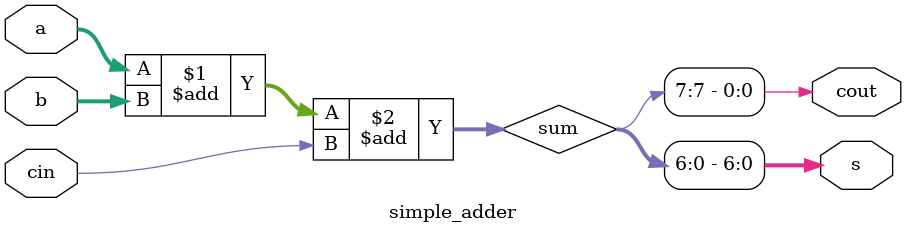
<source format=v>
module simple_adder(a,b,cin,s,cout);

parameter NB = 7;

input [NB-1:0] a,b;
input cin;

output [NB-1:0] s;
output cout;

wire [NB:0] sum;

assign sum = a + b + cin;
assign cout = sum[NB];
assign s = sum[7:0];
endmodule


</source>
